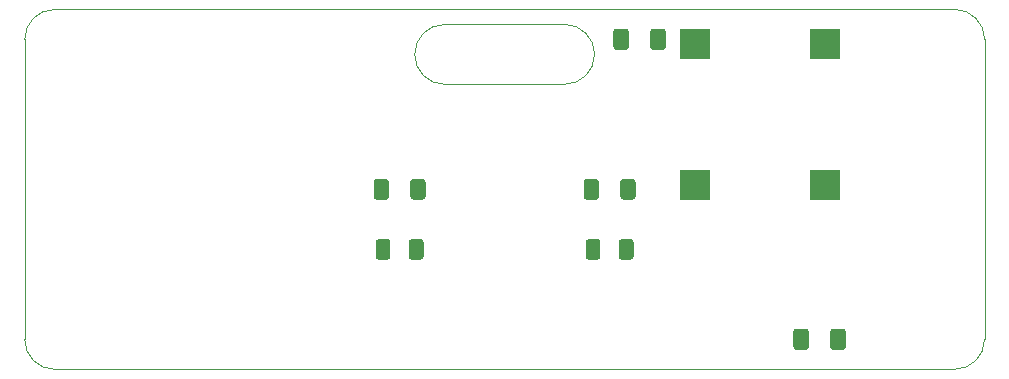
<source format=gbr>
From 54c117b6e8d65e9955a93de95a62e0f9ede7935c Mon Sep 17 00:00:00 2001
From: Blaise Thompson <blaise@untzag.com>
Date: Sun, 24 Jan 2021 22:27:03 -0600
Subject: digital driver prototype

---
 digital-driver/gerber/driver-F_Paste.gbr | 379 +++++++++++++++++++++++++++++++
 1 file changed, 379 insertions(+)
 create mode 100644 digital-driver/gerber/driver-F_Paste.gbr

(limited to 'digital-driver/gerber/driver-F_Paste.gbr')

diff --git a/digital-driver/gerber/driver-F_Paste.gbr b/digital-driver/gerber/driver-F_Paste.gbr
new file mode 100644
index 0000000..394e583
--- /dev/null
+++ b/digital-driver/gerber/driver-F_Paste.gbr
@@ -0,0 +1,379 @@
+%TF.GenerationSoftware,KiCad,Pcbnew,5.1.9+dfsg1-1*%
+%TF.CreationDate,2021-01-24T22:19:11-06:00*%
+%TF.ProjectId,driver,64726976-6572-42e6-9b69-6361645f7063,1.0.0*%
+%TF.SameCoordinates,Original*%
+%TF.FileFunction,Paste,Top*%
+%TF.FilePolarity,Positive*%
+%FSLAX46Y46*%
+G04 Gerber Fmt 4.6, Leading zero omitted, Abs format (unit mm)*
+G04 Created by KiCad (PCBNEW 5.1.9+dfsg1-1) date 2021-01-24 22:19:11*
+%MOMM*%
+%LPD*%
+G01*
+G04 APERTURE LIST*
+%TA.AperFunction,Profile*%
+%ADD10C,0.100000*%
+%TD*%
+%ADD11R,2.500000X2.500000*%
+G04 APERTURE END LIST*
+D10*
+X121920000Y-85090000D02*
+G75*
+G02*
+X119380000Y-82550000I0J2540000D01*
+G01*
+X165100000Y-78740000D02*
+X88900000Y-78740000D01*
+X119380000Y-82550000D02*
+G75*
+G02*
+X121920000Y-80010000I2540000J0D01*
+G01*
+X132080000Y-80010000D02*
+G75*
+G02*
+X134620000Y-82550000I0J-2540000D01*
+G01*
+X134620000Y-82550000D02*
+G75*
+G02*
+X132080000Y-85090000I-2540000J0D01*
+G01*
+X132080000Y-80010000D02*
+X121920000Y-80010000D01*
+X132080000Y-85090000D02*
+X121920000Y-85090000D01*
+X165100000Y-109220000D02*
+X88900000Y-109220000D01*
+X86360000Y-81280000D02*
+X86360000Y-106680000D01*
+X167640000Y-106680000D02*
+X167640000Y-81280000D01*
+X86360000Y-81280000D02*
+G75*
+G02*
+X88900000Y-78740000I2540000J0D01*
+G01*
+X88900000Y-109220000D02*
+G75*
+G02*
+X86360000Y-106680000I0J2540000D01*
+G01*
+X167640000Y-106680000D02*
+G75*
+G02*
+X165100000Y-109220000I-2540000J0D01*
+G01*
+X165100000Y-78740000D02*
+G75*
+G02*
+X167640000Y-81280000I0J-2540000D01*
+G01*
+D11*
+%TO.C,PS1*%
+X154090000Y-81630000D03*
+X143090000Y-81630000D03*
+X143090000Y-93630000D03*
+X154090000Y-93630000D03*
+%TD*%
+%TO.C,R5*%
+G36*
+G01*
+X136790000Y-94605000D02*
+X136790000Y-93355000D01*
+G75*
+G02*
+X137040000Y-93105000I250000J0D01*
+G01*
+X137840000Y-93105000D01*
+G75*
+G02*
+X138090000Y-93355000I0J-250000D01*
+G01*
+X138090000Y-94605000D01*
+G75*
+G02*
+X137840000Y-94855000I-250000J0D01*
+G01*
+X137040000Y-94855000D01*
+G75*
+G02*
+X136790000Y-94605000I0J250000D01*
+G01*
+G37*
+G36*
+G01*
+X133690000Y-94605000D02*
+X133690000Y-93355000D01*
+G75*
+G02*
+X133940000Y-93105000I250000J0D01*
+G01*
+X134740000Y-93105000D01*
+G75*
+G02*
+X134990000Y-93355000I0J-250000D01*
+G01*
+X134990000Y-94605000D01*
+G75*
+G02*
+X134740000Y-94855000I-250000J0D01*
+G01*
+X133940000Y-94855000D01*
+G75*
+G02*
+X133690000Y-94605000I0J250000D01*
+G01*
+G37*
+%TD*%
+%TO.C,R2*%
+G36*
+G01*
+X119010000Y-94605000D02*
+X119010000Y-93355000D01*
+G75*
+G02*
+X119260000Y-93105000I250000J0D01*
+G01*
+X120060000Y-93105000D01*
+G75*
+G02*
+X120310000Y-93355000I0J-250000D01*
+G01*
+X120310000Y-94605000D01*
+G75*
+G02*
+X120060000Y-94855000I-250000J0D01*
+G01*
+X119260000Y-94855000D01*
+G75*
+G02*
+X119010000Y-94605000I0J250000D01*
+G01*
+G37*
+G36*
+G01*
+X115910000Y-94605000D02*
+X115910000Y-93355000D01*
+G75*
+G02*
+X116160000Y-93105000I250000J0D01*
+G01*
+X116960000Y-93105000D01*
+G75*
+G02*
+X117210000Y-93355000I0J-250000D01*
+G01*
+X117210000Y-94605000D01*
+G75*
+G02*
+X116960000Y-94855000I-250000J0D01*
+G01*
+X116160000Y-94855000D01*
+G75*
+G02*
+X115910000Y-94605000I0J250000D01*
+G01*
+G37*
+%TD*%
+%TO.C,C3*%
+G36*
+G01*
+X137530000Y-80629999D02*
+X137530000Y-81930001D01*
+G75*
+G02*
+X137280001Y-82180000I-249999J0D01*
+G01*
+X136454999Y-82180000D01*
+G75*
+G02*
+X136205000Y-81930001I0J249999D01*
+G01*
+X136205000Y-80629999D01*
+G75*
+G02*
+X136454999Y-80380000I249999J0D01*
+G01*
+X137280001Y-80380000D01*
+G75*
+G02*
+X137530000Y-80629999I0J-249999D01*
+G01*
+G37*
+G36*
+G01*
+X140655000Y-80629999D02*
+X140655000Y-81930001D01*
+G75*
+G02*
+X140405001Y-82180000I-249999J0D01*
+G01*
+X139579999Y-82180000D01*
+G75*
+G02*
+X139330000Y-81930001I0J249999D01*
+G01*
+X139330000Y-80629999D01*
+G75*
+G02*
+X139579999Y-80380000I249999J0D01*
+G01*
+X140405001Y-80380000D01*
+G75*
+G02*
+X140655000Y-80629999I0J-249999D01*
+G01*
+G37*
+%TD*%
+%TO.C,C2*%
+G36*
+G01*
+X154570000Y-107330001D02*
+X154570000Y-106029999D01*
+G75*
+G02*
+X154819999Y-105780000I249999J0D01*
+G01*
+X155645001Y-105780000D01*
+G75*
+G02*
+X155895000Y-106029999I0J-249999D01*
+G01*
+X155895000Y-107330001D01*
+G75*
+G02*
+X155645001Y-107580000I-249999J0D01*
+G01*
+X154819999Y-107580000D01*
+G75*
+G02*
+X154570000Y-107330001I0J249999D01*
+G01*
+G37*
+G36*
+G01*
+X151445000Y-107330001D02*
+X151445000Y-106029999D01*
+G75*
+G02*
+X151694999Y-105780000I249999J0D01*
+G01*
+X152520001Y-105780000D01*
+G75*
+G02*
+X152770000Y-106029999I0J-249999D01*
+G01*
+X152770000Y-107330001D01*
+G75*
+G02*
+X152520001Y-107580000I-249999J0D01*
+G01*
+X151694999Y-107580000D01*
+G75*
+G02*
+X151445000Y-107330001I0J249999D01*
+G01*
+G37*
+%TD*%
+%TO.C,D1*%
+G36*
+G01*
+X136665000Y-99685000D02*
+X136665000Y-98435000D01*
+G75*
+G02*
+X136915000Y-98185000I250000J0D01*
+G01*
+X137665000Y-98185000D01*
+G75*
+G02*
+X137915000Y-98435000I0J-250000D01*
+G01*
+X137915000Y-99685000D01*
+G75*
+G02*
+X137665000Y-99935000I-250000J0D01*
+G01*
+X136915000Y-99935000D01*
+G75*
+G02*
+X136665000Y-99685000I0J250000D01*
+G01*
+G37*
+G36*
+G01*
+X133865000Y-99685000D02*
+X133865000Y-98435000D01*
+G75*
+G02*
+X134115000Y-98185000I250000J0D01*
+G01*
+X134865000Y-98185000D01*
+G75*
+G02*
+X135115000Y-98435000I0J-250000D01*
+G01*
+X135115000Y-99685000D01*
+G75*
+G02*
+X134865000Y-99935000I-250000J0D01*
+G01*
+X134115000Y-99935000D01*
+G75*
+G02*
+X133865000Y-99685000I0J250000D01*
+G01*
+G37*
+%TD*%
+%TO.C,D2*%
+G36*
+G01*
+X118885000Y-99685000D02*
+X118885000Y-98435000D01*
+G75*
+G02*
+X119135000Y-98185000I250000J0D01*
+G01*
+X119885000Y-98185000D01*
+G75*
+G02*
+X120135000Y-98435000I0J-250000D01*
+G01*
+X120135000Y-99685000D01*
+G75*
+G02*
+X119885000Y-99935000I-250000J0D01*
+G01*
+X119135000Y-99935000D01*
+G75*
+G02*
+X118885000Y-99685000I0J250000D01*
+G01*
+G37*
+G36*
+G01*
+X116085000Y-99685000D02*
+X116085000Y-98435000D01*
+G75*
+G02*
+X116335000Y-98185000I250000J0D01*
+G01*
+X117085000Y-98185000D01*
+G75*
+G02*
+X117335000Y-98435000I0J-250000D01*
+G01*
+X117335000Y-99685000D01*
+G75*
+G02*
+X117085000Y-99935000I-250000J0D01*
+G01*
+X116335000Y-99935000D01*
+G75*
+G02*
+X116085000Y-99685000I0J250000D01*
+G01*
+G37*
+%TD*%
+M02*
-- 
cgit v1.2.3


</source>
